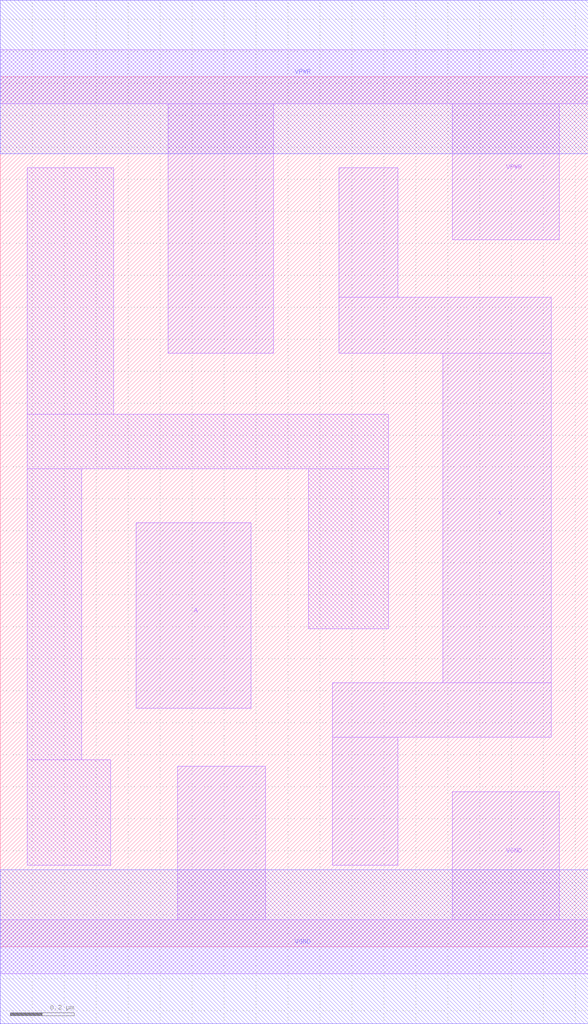
<source format=lef>
# Copyright 2020 The SkyWater PDK Authors
#
# Licensed under the Apache License, Version 2.0 (the "License");
# you may not use this file except in compliance with the License.
# You may obtain a copy of the License at
#
#     https://www.apache.org/licenses/LICENSE-2.0
#
# Unless required by applicable law or agreed to in writing, software
# distributed under the License is distributed on an "AS IS" BASIS,
# WITHOUT WARRANTIES OR CONDITIONS OF ANY KIND, either express or implied.
# See the License for the specific language governing permissions and
# limitations under the License.
#
# SPDX-License-Identifier: Apache-2.0

VERSION 5.5 ;
NAMESCASESENSITIVE ON ;
BUSBITCHARS "[]" ;
DIVIDERCHAR "/" ;
MACRO sky130_fd_sc_hd__clkbuf_2
  CLASS CORE ;
  SOURCE USER ;
  ORIGIN  0.000000  0.000000 ;
  SIZE  1.840000 BY  2.720000 ;
  SYMMETRY X Y R90 ;
  SITE unithd ;
  PIN A
    ANTENNAGATEAREA  0.213000 ;
    DIRECTION INPUT ;
    USE SIGNAL ;
    PORT
      LAYER li1 ;
        RECT 0.425000 0.745000 0.785000 1.325000 ;
    END
  END A
  PIN X
    ANTENNADIFFAREA  0.383400 ;
    DIRECTION OUTPUT ;
    USE SIGNAL ;
    PORT
      LAYER li1 ;
        RECT 1.040000 0.255000 1.245000 0.655000 ;
        RECT 1.040000 0.655000 1.725000 0.825000 ;
        RECT 1.060000 1.855000 1.725000 2.030000 ;
        RECT 1.060000 2.030000 1.245000 2.435000 ;
        RECT 1.385000 0.825000 1.725000 1.855000 ;
    END
  END X
  PIN VGND
    DIRECTION INOUT ;
    SHAPE ABUTMENT ;
    USE GROUND ;
    PORT
      LAYER li1 ;
        RECT 0.000000 -0.085000 1.840000 0.085000 ;
        RECT 0.555000  0.085000 0.830000 0.565000 ;
        RECT 1.415000  0.085000 1.750000 0.485000 ;
    END
    PORT
      LAYER met1 ;
        RECT 0.000000 -0.240000 1.840000 0.240000 ;
    END
  END VGND
  PIN VPWR
    DIRECTION INOUT ;
    SHAPE ABUTMENT ;
    USE POWER ;
    PORT
      LAYER li1 ;
        RECT 0.000000 2.635000 1.840000 2.805000 ;
        RECT 0.525000 1.855000 0.855000 2.635000 ;
        RECT 1.415000 2.210000 1.750000 2.635000 ;
    END
    PORT
      LAYER met1 ;
        RECT 0.000000 2.480000 1.840000 2.960000 ;
    END
  END VPWR
  OBS
    LAYER li1 ;
      RECT 0.085000 0.255000 0.345000 0.585000 ;
      RECT 0.085000 0.585000 0.255000 1.495000 ;
      RECT 0.085000 1.495000 1.215000 1.665000 ;
      RECT 0.085000 1.665000 0.355000 2.435000 ;
      RECT 0.965000 0.995000 1.215000 1.495000 ;
  END
END sky130_fd_sc_hd__clkbuf_2
END LIBRARY

</source>
